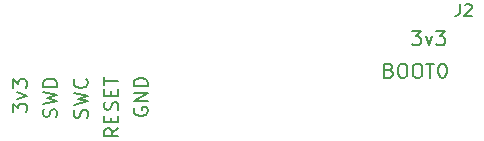
<source format=gbr>
%TF.GenerationSoftware,KiCad,Pcbnew,8.0.2*%
%TF.CreationDate,2025-05-31T22:41:58-07:00*%
%TF.ProjectId,SI60,53493630-2e6b-4696-9361-645f70636258,rev?*%
%TF.SameCoordinates,Original*%
%TF.FileFunction,Legend,Top*%
%TF.FilePolarity,Positive*%
%FSLAX46Y46*%
G04 Gerber Fmt 4.6, Leading zero omitted, Abs format (unit mm)*
G04 Created by KiCad (PCBNEW 8.0.2) date 2025-05-31 22:41:58*
%MOMM*%
%LPD*%
G01*
G04 APERTURE LIST*
%ADD10C,0.200000*%
%ADD11C,0.150000*%
%ADD12O,7.000240X2.499360*%
%ADD13C,1.400000*%
%ADD14O,5.001260X2.499360*%
%ADD15C,1.700000*%
%ADD16O,1.700000X1.700000*%
%ADD17C,6.000000*%
%ADD18C,0.650000*%
%ADD19O,1.000000X1.600000*%
%ADD20O,1.000000X2.100000*%
G04 APERTURE END LIST*
D10*
X76445600Y-80619850D02*
X76502742Y-80448422D01*
X76502742Y-80448422D02*
X76502742Y-80162707D01*
X76502742Y-80162707D02*
X76445600Y-80048422D01*
X76445600Y-80048422D02*
X76388457Y-79991279D01*
X76388457Y-79991279D02*
X76274171Y-79934136D01*
X76274171Y-79934136D02*
X76159885Y-79934136D01*
X76159885Y-79934136D02*
X76045600Y-79991279D01*
X76045600Y-79991279D02*
X75988457Y-80048422D01*
X75988457Y-80048422D02*
X75931314Y-80162707D01*
X75931314Y-80162707D02*
X75874171Y-80391279D01*
X75874171Y-80391279D02*
X75817028Y-80505564D01*
X75817028Y-80505564D02*
X75759885Y-80562707D01*
X75759885Y-80562707D02*
X75645600Y-80619850D01*
X75645600Y-80619850D02*
X75531314Y-80619850D01*
X75531314Y-80619850D02*
X75417028Y-80562707D01*
X75417028Y-80562707D02*
X75359885Y-80505564D01*
X75359885Y-80505564D02*
X75302742Y-80391279D01*
X75302742Y-80391279D02*
X75302742Y-80105564D01*
X75302742Y-80105564D02*
X75359885Y-79934136D01*
X75302742Y-79534136D02*
X76502742Y-79248422D01*
X76502742Y-79248422D02*
X75645600Y-79019850D01*
X75645600Y-79019850D02*
X76502742Y-78791279D01*
X76502742Y-78791279D02*
X75302742Y-78505565D01*
X76388457Y-77362707D02*
X76445600Y-77419850D01*
X76445600Y-77419850D02*
X76502742Y-77591278D01*
X76502742Y-77591278D02*
X76502742Y-77705564D01*
X76502742Y-77705564D02*
X76445600Y-77876993D01*
X76445600Y-77876993D02*
X76331314Y-77991278D01*
X76331314Y-77991278D02*
X76217028Y-78048421D01*
X76217028Y-78048421D02*
X75988457Y-78105564D01*
X75988457Y-78105564D02*
X75817028Y-78105564D01*
X75817028Y-78105564D02*
X75588457Y-78048421D01*
X75588457Y-78048421D02*
X75474171Y-77991278D01*
X75474171Y-77991278D02*
X75359885Y-77876993D01*
X75359885Y-77876993D02*
X75302742Y-77705564D01*
X75302742Y-77705564D02*
X75302742Y-77591278D01*
X75302742Y-77591278D02*
X75359885Y-77419850D01*
X75359885Y-77419850D02*
X75417028Y-77362707D01*
X79102742Y-81526993D02*
X78531314Y-81926993D01*
X79102742Y-82212707D02*
X77902742Y-82212707D01*
X77902742Y-82212707D02*
X77902742Y-81755564D01*
X77902742Y-81755564D02*
X77959885Y-81641279D01*
X77959885Y-81641279D02*
X78017028Y-81584136D01*
X78017028Y-81584136D02*
X78131314Y-81526993D01*
X78131314Y-81526993D02*
X78302742Y-81526993D01*
X78302742Y-81526993D02*
X78417028Y-81584136D01*
X78417028Y-81584136D02*
X78474171Y-81641279D01*
X78474171Y-81641279D02*
X78531314Y-81755564D01*
X78531314Y-81755564D02*
X78531314Y-82212707D01*
X78474171Y-81012707D02*
X78474171Y-80612707D01*
X79102742Y-80441279D02*
X79102742Y-81012707D01*
X79102742Y-81012707D02*
X77902742Y-81012707D01*
X77902742Y-81012707D02*
X77902742Y-80441279D01*
X79045600Y-79984136D02*
X79102742Y-79812708D01*
X79102742Y-79812708D02*
X79102742Y-79526993D01*
X79102742Y-79526993D02*
X79045600Y-79412708D01*
X79045600Y-79412708D02*
X78988457Y-79355565D01*
X78988457Y-79355565D02*
X78874171Y-79298422D01*
X78874171Y-79298422D02*
X78759885Y-79298422D01*
X78759885Y-79298422D02*
X78645600Y-79355565D01*
X78645600Y-79355565D02*
X78588457Y-79412708D01*
X78588457Y-79412708D02*
X78531314Y-79526993D01*
X78531314Y-79526993D02*
X78474171Y-79755565D01*
X78474171Y-79755565D02*
X78417028Y-79869850D01*
X78417028Y-79869850D02*
X78359885Y-79926993D01*
X78359885Y-79926993D02*
X78245600Y-79984136D01*
X78245600Y-79984136D02*
X78131314Y-79984136D01*
X78131314Y-79984136D02*
X78017028Y-79926993D01*
X78017028Y-79926993D02*
X77959885Y-79869850D01*
X77959885Y-79869850D02*
X77902742Y-79755565D01*
X77902742Y-79755565D02*
X77902742Y-79469850D01*
X77902742Y-79469850D02*
X77959885Y-79298422D01*
X78474171Y-78784136D02*
X78474171Y-78384136D01*
X79102742Y-78212708D02*
X79102742Y-78784136D01*
X79102742Y-78784136D02*
X77902742Y-78784136D01*
X77902742Y-78784136D02*
X77902742Y-78212708D01*
X77902742Y-77869851D02*
X77902742Y-77184137D01*
X79102742Y-77526994D02*
X77902742Y-77526994D01*
X73845600Y-80569850D02*
X73902742Y-80398422D01*
X73902742Y-80398422D02*
X73902742Y-80112707D01*
X73902742Y-80112707D02*
X73845600Y-79998422D01*
X73845600Y-79998422D02*
X73788457Y-79941279D01*
X73788457Y-79941279D02*
X73674171Y-79884136D01*
X73674171Y-79884136D02*
X73559885Y-79884136D01*
X73559885Y-79884136D02*
X73445600Y-79941279D01*
X73445600Y-79941279D02*
X73388457Y-79998422D01*
X73388457Y-79998422D02*
X73331314Y-80112707D01*
X73331314Y-80112707D02*
X73274171Y-80341279D01*
X73274171Y-80341279D02*
X73217028Y-80455564D01*
X73217028Y-80455564D02*
X73159885Y-80512707D01*
X73159885Y-80512707D02*
X73045600Y-80569850D01*
X73045600Y-80569850D02*
X72931314Y-80569850D01*
X72931314Y-80569850D02*
X72817028Y-80512707D01*
X72817028Y-80512707D02*
X72759885Y-80455564D01*
X72759885Y-80455564D02*
X72702742Y-80341279D01*
X72702742Y-80341279D02*
X72702742Y-80055564D01*
X72702742Y-80055564D02*
X72759885Y-79884136D01*
X72702742Y-79484136D02*
X73902742Y-79198422D01*
X73902742Y-79198422D02*
X73045600Y-78969850D01*
X73045600Y-78969850D02*
X73902742Y-78741279D01*
X73902742Y-78741279D02*
X72702742Y-78455565D01*
X73902742Y-77998421D02*
X72702742Y-77998421D01*
X72702742Y-77998421D02*
X72702742Y-77712707D01*
X72702742Y-77712707D02*
X72759885Y-77541278D01*
X72759885Y-77541278D02*
X72874171Y-77426993D01*
X72874171Y-77426993D02*
X72988457Y-77369850D01*
X72988457Y-77369850D02*
X73217028Y-77312707D01*
X73217028Y-77312707D02*
X73388457Y-77312707D01*
X73388457Y-77312707D02*
X73617028Y-77369850D01*
X73617028Y-77369850D02*
X73731314Y-77426993D01*
X73731314Y-77426993D02*
X73845600Y-77541278D01*
X73845600Y-77541278D02*
X73902742Y-77712707D01*
X73902742Y-77712707D02*
X73902742Y-77998421D01*
X70152742Y-80176993D02*
X70152742Y-79434136D01*
X70152742Y-79434136D02*
X70609885Y-79834136D01*
X70609885Y-79834136D02*
X70609885Y-79662707D01*
X70609885Y-79662707D02*
X70667028Y-79548422D01*
X70667028Y-79548422D02*
X70724171Y-79491279D01*
X70724171Y-79491279D02*
X70838457Y-79434136D01*
X70838457Y-79434136D02*
X71124171Y-79434136D01*
X71124171Y-79434136D02*
X71238457Y-79491279D01*
X71238457Y-79491279D02*
X71295600Y-79548422D01*
X71295600Y-79548422D02*
X71352742Y-79662707D01*
X71352742Y-79662707D02*
X71352742Y-80005564D01*
X71352742Y-80005564D02*
X71295600Y-80119850D01*
X71295600Y-80119850D02*
X71238457Y-80176993D01*
X70552742Y-79034136D02*
X71352742Y-78748422D01*
X71352742Y-78748422D02*
X70552742Y-78462707D01*
X70152742Y-78119850D02*
X70152742Y-77376993D01*
X70152742Y-77376993D02*
X70609885Y-77776993D01*
X70609885Y-77776993D02*
X70609885Y-77605564D01*
X70609885Y-77605564D02*
X70667028Y-77491279D01*
X70667028Y-77491279D02*
X70724171Y-77434136D01*
X70724171Y-77434136D02*
X70838457Y-77376993D01*
X70838457Y-77376993D02*
X71124171Y-77376993D01*
X71124171Y-77376993D02*
X71238457Y-77434136D01*
X71238457Y-77434136D02*
X71295600Y-77491279D01*
X71295600Y-77491279D02*
X71352742Y-77605564D01*
X71352742Y-77605564D02*
X71352742Y-77948421D01*
X71352742Y-77948421D02*
X71295600Y-78062707D01*
X71295600Y-78062707D02*
X71238457Y-78119850D01*
X80459885Y-79784136D02*
X80402742Y-79898422D01*
X80402742Y-79898422D02*
X80402742Y-80069850D01*
X80402742Y-80069850D02*
X80459885Y-80241279D01*
X80459885Y-80241279D02*
X80574171Y-80355564D01*
X80574171Y-80355564D02*
X80688457Y-80412707D01*
X80688457Y-80412707D02*
X80917028Y-80469850D01*
X80917028Y-80469850D02*
X81088457Y-80469850D01*
X81088457Y-80469850D02*
X81317028Y-80412707D01*
X81317028Y-80412707D02*
X81431314Y-80355564D01*
X81431314Y-80355564D02*
X81545600Y-80241279D01*
X81545600Y-80241279D02*
X81602742Y-80069850D01*
X81602742Y-80069850D02*
X81602742Y-79955564D01*
X81602742Y-79955564D02*
X81545600Y-79784136D01*
X81545600Y-79784136D02*
X81488457Y-79726993D01*
X81488457Y-79726993D02*
X81088457Y-79726993D01*
X81088457Y-79726993D02*
X81088457Y-79955564D01*
X81602742Y-79212707D02*
X80402742Y-79212707D01*
X80402742Y-79212707D02*
X81602742Y-78526993D01*
X81602742Y-78526993D02*
X80402742Y-78526993D01*
X81602742Y-77955564D02*
X80402742Y-77955564D01*
X80402742Y-77955564D02*
X80402742Y-77669850D01*
X80402742Y-77669850D02*
X80459885Y-77498421D01*
X80459885Y-77498421D02*
X80574171Y-77384136D01*
X80574171Y-77384136D02*
X80688457Y-77326993D01*
X80688457Y-77326993D02*
X80917028Y-77269850D01*
X80917028Y-77269850D02*
X81088457Y-77269850D01*
X81088457Y-77269850D02*
X81317028Y-77326993D01*
X81317028Y-77326993D02*
X81431314Y-77384136D01*
X81431314Y-77384136D02*
X81545600Y-77498421D01*
X81545600Y-77498421D02*
X81602742Y-77669850D01*
X81602742Y-77669850D02*
X81602742Y-77955564D01*
X103963006Y-73292742D02*
X104705863Y-73292742D01*
X104705863Y-73292742D02*
X104305863Y-73749885D01*
X104305863Y-73749885D02*
X104477292Y-73749885D01*
X104477292Y-73749885D02*
X104591578Y-73807028D01*
X104591578Y-73807028D02*
X104648720Y-73864171D01*
X104648720Y-73864171D02*
X104705863Y-73978457D01*
X104705863Y-73978457D02*
X104705863Y-74264171D01*
X104705863Y-74264171D02*
X104648720Y-74378457D01*
X104648720Y-74378457D02*
X104591578Y-74435600D01*
X104591578Y-74435600D02*
X104477292Y-74492742D01*
X104477292Y-74492742D02*
X104134435Y-74492742D01*
X104134435Y-74492742D02*
X104020149Y-74435600D01*
X104020149Y-74435600D02*
X103963006Y-74378457D01*
X105105863Y-73692742D02*
X105391577Y-74492742D01*
X105391577Y-74492742D02*
X105677292Y-73692742D01*
X106020149Y-73292742D02*
X106763006Y-73292742D01*
X106763006Y-73292742D02*
X106363006Y-73749885D01*
X106363006Y-73749885D02*
X106534435Y-73749885D01*
X106534435Y-73749885D02*
X106648721Y-73807028D01*
X106648721Y-73807028D02*
X106705863Y-73864171D01*
X106705863Y-73864171D02*
X106763006Y-73978457D01*
X106763006Y-73978457D02*
X106763006Y-74264171D01*
X106763006Y-74264171D02*
X106705863Y-74378457D01*
X106705863Y-74378457D02*
X106648721Y-74435600D01*
X106648721Y-74435600D02*
X106534435Y-74492742D01*
X106534435Y-74492742D02*
X106191578Y-74492742D01*
X106191578Y-74492742D02*
X106077292Y-74435600D01*
X106077292Y-74435600D02*
X106020149Y-74378457D01*
X102027292Y-76614171D02*
X102198720Y-76671314D01*
X102198720Y-76671314D02*
X102255863Y-76728457D01*
X102255863Y-76728457D02*
X102313006Y-76842742D01*
X102313006Y-76842742D02*
X102313006Y-77014171D01*
X102313006Y-77014171D02*
X102255863Y-77128457D01*
X102255863Y-77128457D02*
X102198720Y-77185600D01*
X102198720Y-77185600D02*
X102084435Y-77242742D01*
X102084435Y-77242742D02*
X101627292Y-77242742D01*
X101627292Y-77242742D02*
X101627292Y-76042742D01*
X101627292Y-76042742D02*
X102027292Y-76042742D01*
X102027292Y-76042742D02*
X102141578Y-76099885D01*
X102141578Y-76099885D02*
X102198720Y-76157028D01*
X102198720Y-76157028D02*
X102255863Y-76271314D01*
X102255863Y-76271314D02*
X102255863Y-76385600D01*
X102255863Y-76385600D02*
X102198720Y-76499885D01*
X102198720Y-76499885D02*
X102141578Y-76557028D01*
X102141578Y-76557028D02*
X102027292Y-76614171D01*
X102027292Y-76614171D02*
X101627292Y-76614171D01*
X103055863Y-76042742D02*
X103284435Y-76042742D01*
X103284435Y-76042742D02*
X103398720Y-76099885D01*
X103398720Y-76099885D02*
X103513006Y-76214171D01*
X103513006Y-76214171D02*
X103570149Y-76442742D01*
X103570149Y-76442742D02*
X103570149Y-76842742D01*
X103570149Y-76842742D02*
X103513006Y-77071314D01*
X103513006Y-77071314D02*
X103398720Y-77185600D01*
X103398720Y-77185600D02*
X103284435Y-77242742D01*
X103284435Y-77242742D02*
X103055863Y-77242742D01*
X103055863Y-77242742D02*
X102941578Y-77185600D01*
X102941578Y-77185600D02*
X102827292Y-77071314D01*
X102827292Y-77071314D02*
X102770149Y-76842742D01*
X102770149Y-76842742D02*
X102770149Y-76442742D01*
X102770149Y-76442742D02*
X102827292Y-76214171D01*
X102827292Y-76214171D02*
X102941578Y-76099885D01*
X102941578Y-76099885D02*
X103055863Y-76042742D01*
X104313006Y-76042742D02*
X104541578Y-76042742D01*
X104541578Y-76042742D02*
X104655863Y-76099885D01*
X104655863Y-76099885D02*
X104770149Y-76214171D01*
X104770149Y-76214171D02*
X104827292Y-76442742D01*
X104827292Y-76442742D02*
X104827292Y-76842742D01*
X104827292Y-76842742D02*
X104770149Y-77071314D01*
X104770149Y-77071314D02*
X104655863Y-77185600D01*
X104655863Y-77185600D02*
X104541578Y-77242742D01*
X104541578Y-77242742D02*
X104313006Y-77242742D01*
X104313006Y-77242742D02*
X104198721Y-77185600D01*
X104198721Y-77185600D02*
X104084435Y-77071314D01*
X104084435Y-77071314D02*
X104027292Y-76842742D01*
X104027292Y-76842742D02*
X104027292Y-76442742D01*
X104027292Y-76442742D02*
X104084435Y-76214171D01*
X104084435Y-76214171D02*
X104198721Y-76099885D01*
X104198721Y-76099885D02*
X104313006Y-76042742D01*
X105170149Y-76042742D02*
X105855864Y-76042742D01*
X105513006Y-77242742D02*
X105513006Y-76042742D01*
X106484435Y-76042742D02*
X106598721Y-76042742D01*
X106598721Y-76042742D02*
X106713007Y-76099885D01*
X106713007Y-76099885D02*
X106770150Y-76157028D01*
X106770150Y-76157028D02*
X106827292Y-76271314D01*
X106827292Y-76271314D02*
X106884435Y-76499885D01*
X106884435Y-76499885D02*
X106884435Y-76785600D01*
X106884435Y-76785600D02*
X106827292Y-77014171D01*
X106827292Y-77014171D02*
X106770150Y-77128457D01*
X106770150Y-77128457D02*
X106713007Y-77185600D01*
X106713007Y-77185600D02*
X106598721Y-77242742D01*
X106598721Y-77242742D02*
X106484435Y-77242742D01*
X106484435Y-77242742D02*
X106370150Y-77185600D01*
X106370150Y-77185600D02*
X106313007Y-77128457D01*
X106313007Y-77128457D02*
X106255864Y-77014171D01*
X106255864Y-77014171D02*
X106198721Y-76785600D01*
X106198721Y-76785600D02*
X106198721Y-76499885D01*
X106198721Y-76499885D02*
X106255864Y-76271314D01*
X106255864Y-76271314D02*
X106313007Y-76157028D01*
X106313007Y-76157028D02*
X106370150Y-76099885D01*
X106370150Y-76099885D02*
X106484435Y-76042742D01*
D11*
X108006666Y-71009819D02*
X108006666Y-71724104D01*
X108006666Y-71724104D02*
X107959047Y-71866961D01*
X107959047Y-71866961D02*
X107863809Y-71962200D01*
X107863809Y-71962200D02*
X107720952Y-72009819D01*
X107720952Y-72009819D02*
X107625714Y-72009819D01*
X108435238Y-71105057D02*
X108482857Y-71057438D01*
X108482857Y-71057438D02*
X108578095Y-71009819D01*
X108578095Y-71009819D02*
X108816190Y-71009819D01*
X108816190Y-71009819D02*
X108911428Y-71057438D01*
X108911428Y-71057438D02*
X108959047Y-71105057D01*
X108959047Y-71105057D02*
X109006666Y-71200295D01*
X109006666Y-71200295D02*
X109006666Y-71295533D01*
X109006666Y-71295533D02*
X108959047Y-71438390D01*
X108959047Y-71438390D02*
X108387619Y-72009819D01*
X108387619Y-72009819D02*
X109006666Y-72009819D01*
%LPC*%
D12*
%TO.C,H5*%
X-7689870Y-47301180D03*
%TD*%
D13*
%TO.C,SW14*%
X41402000Y-5080000D03*
%TD*%
D14*
%TO.C,H2*%
X119052500Y-37799980D03*
%TD*%
D15*
%TO.C,J1*%
X70840000Y-75530000D03*
D16*
X73380000Y-75530000D03*
X75920000Y-75530000D03*
X78460000Y-75530000D03*
X81000000Y-75530000D03*
%TD*%
D15*
%TO.C,J2*%
X108340000Y-74005000D03*
D16*
X108340000Y-76545000D03*
%TD*%
D17*
%TO.C,H1*%
X16051800Y-18700780D03*
%TD*%
D13*
%TO.C,SW80*%
X262255000Y-25273000D03*
%TD*%
D12*
%TO.C,H6*%
X274393700Y-47301180D03*
%TD*%
D13*
%TO.C,SW82*%
X263683750Y-25273000D03*
%TD*%
D14*
%TO.C,H3*%
X181351900Y-76000680D03*
%TD*%
%TO.C,H4*%
X250902420Y-18700702D03*
%TD*%
D18*
%TO.C,J4*%
X6162500Y4380000D03*
X11942500Y4380000D03*
D19*
X4732500Y8030000D03*
D20*
X4732500Y3850000D03*
D19*
X13372500Y8030000D03*
D20*
X13372500Y3850000D03*
%TD*%
%LPD*%
M02*

</source>
